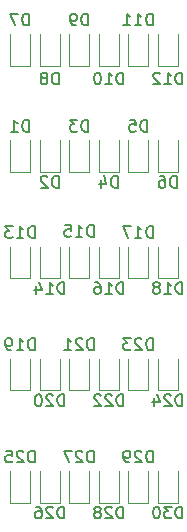
<source format=gbr>
%TF.GenerationSoftware,KiCad,Pcbnew,9.0.5*%
%TF.CreationDate,2026-01-17T00:35:45+01:00*%
%TF.ProjectId,replicazeron_stm,7265706c-6963-4617-9a65-726f6e5f7374,rev?*%
%TF.SameCoordinates,Original*%
%TF.FileFunction,Legend,Bot*%
%TF.FilePolarity,Positive*%
%FSLAX46Y46*%
G04 Gerber Fmt 4.6, Leading zero omitted, Abs format (unit mm)*
G04 Created by KiCad (PCBNEW 9.0.5) date 2026-01-17 00:35:45*
%MOMM*%
%LPD*%
G01*
G04 APERTURE LIST*
%ADD10C,0.150000*%
%ADD11C,0.120000*%
G04 APERTURE END LIST*
D10*
X118488094Y-67954819D02*
X118488094Y-66954819D01*
X118488094Y-66954819D02*
X118249999Y-66954819D01*
X118249999Y-66954819D02*
X118107142Y-67002438D01*
X118107142Y-67002438D02*
X118011904Y-67097676D01*
X118011904Y-67097676D02*
X117964285Y-67192914D01*
X117964285Y-67192914D02*
X117916666Y-67383390D01*
X117916666Y-67383390D02*
X117916666Y-67526247D01*
X117916666Y-67526247D02*
X117964285Y-67716723D01*
X117964285Y-67716723D02*
X118011904Y-67811961D01*
X118011904Y-67811961D02*
X118107142Y-67907200D01*
X118107142Y-67907200D02*
X118249999Y-67954819D01*
X118249999Y-67954819D02*
X118488094Y-67954819D01*
X117059523Y-66954819D02*
X117249999Y-66954819D01*
X117249999Y-66954819D02*
X117345237Y-67002438D01*
X117345237Y-67002438D02*
X117392856Y-67050057D01*
X117392856Y-67050057D02*
X117488094Y-67192914D01*
X117488094Y-67192914D02*
X117535713Y-67383390D01*
X117535713Y-67383390D02*
X117535713Y-67764342D01*
X117535713Y-67764342D02*
X117488094Y-67859580D01*
X117488094Y-67859580D02*
X117440475Y-67907200D01*
X117440475Y-67907200D02*
X117345237Y-67954819D01*
X117345237Y-67954819D02*
X117154761Y-67954819D01*
X117154761Y-67954819D02*
X117059523Y-67907200D01*
X117059523Y-67907200D02*
X117011904Y-67859580D01*
X117011904Y-67859580D02*
X116964285Y-67764342D01*
X116964285Y-67764342D02*
X116964285Y-67526247D01*
X116964285Y-67526247D02*
X117011904Y-67431009D01*
X117011904Y-67431009D02*
X117059523Y-67383390D01*
X117059523Y-67383390D02*
X117154761Y-67335771D01*
X117154761Y-67335771D02*
X117345237Y-67335771D01*
X117345237Y-67335771D02*
X117440475Y-67383390D01*
X117440475Y-67383390D02*
X117488094Y-67431009D01*
X117488094Y-67431009D02*
X117535713Y-67526247D01*
X115988094Y-63204819D02*
X115988094Y-62204819D01*
X115988094Y-62204819D02*
X115749999Y-62204819D01*
X115749999Y-62204819D02*
X115607142Y-62252438D01*
X115607142Y-62252438D02*
X115511904Y-62347676D01*
X115511904Y-62347676D02*
X115464285Y-62442914D01*
X115464285Y-62442914D02*
X115416666Y-62633390D01*
X115416666Y-62633390D02*
X115416666Y-62776247D01*
X115416666Y-62776247D02*
X115464285Y-62966723D01*
X115464285Y-62966723D02*
X115511904Y-63061961D01*
X115511904Y-63061961D02*
X115607142Y-63157200D01*
X115607142Y-63157200D02*
X115749999Y-63204819D01*
X115749999Y-63204819D02*
X115988094Y-63204819D01*
X114511904Y-62204819D02*
X114988094Y-62204819D01*
X114988094Y-62204819D02*
X115035713Y-62681009D01*
X115035713Y-62681009D02*
X114988094Y-62633390D01*
X114988094Y-62633390D02*
X114892856Y-62585771D01*
X114892856Y-62585771D02*
X114654761Y-62585771D01*
X114654761Y-62585771D02*
X114559523Y-62633390D01*
X114559523Y-62633390D02*
X114511904Y-62681009D01*
X114511904Y-62681009D02*
X114464285Y-62776247D01*
X114464285Y-62776247D02*
X114464285Y-63014342D01*
X114464285Y-63014342D02*
X114511904Y-63109580D01*
X114511904Y-63109580D02*
X114559523Y-63157200D01*
X114559523Y-63157200D02*
X114654761Y-63204819D01*
X114654761Y-63204819D02*
X114892856Y-63204819D01*
X114892856Y-63204819D02*
X114988094Y-63157200D01*
X114988094Y-63157200D02*
X115035713Y-63109580D01*
X106464285Y-81704819D02*
X106464285Y-80704819D01*
X106464285Y-80704819D02*
X106226190Y-80704819D01*
X106226190Y-80704819D02*
X106083333Y-80752438D01*
X106083333Y-80752438D02*
X105988095Y-80847676D01*
X105988095Y-80847676D02*
X105940476Y-80942914D01*
X105940476Y-80942914D02*
X105892857Y-81133390D01*
X105892857Y-81133390D02*
X105892857Y-81276247D01*
X105892857Y-81276247D02*
X105940476Y-81466723D01*
X105940476Y-81466723D02*
X105988095Y-81561961D01*
X105988095Y-81561961D02*
X106083333Y-81657200D01*
X106083333Y-81657200D02*
X106226190Y-81704819D01*
X106226190Y-81704819D02*
X106464285Y-81704819D01*
X104940476Y-81704819D02*
X105511904Y-81704819D01*
X105226190Y-81704819D02*
X105226190Y-80704819D01*
X105226190Y-80704819D02*
X105321428Y-80847676D01*
X105321428Y-80847676D02*
X105416666Y-80942914D01*
X105416666Y-80942914D02*
X105511904Y-80990533D01*
X104464285Y-81704819D02*
X104273809Y-81704819D01*
X104273809Y-81704819D02*
X104178571Y-81657200D01*
X104178571Y-81657200D02*
X104130952Y-81609580D01*
X104130952Y-81609580D02*
X104035714Y-81466723D01*
X104035714Y-81466723D02*
X103988095Y-81276247D01*
X103988095Y-81276247D02*
X103988095Y-80895295D01*
X103988095Y-80895295D02*
X104035714Y-80800057D01*
X104035714Y-80800057D02*
X104083333Y-80752438D01*
X104083333Y-80752438D02*
X104178571Y-80704819D01*
X104178571Y-80704819D02*
X104369047Y-80704819D01*
X104369047Y-80704819D02*
X104464285Y-80752438D01*
X104464285Y-80752438D02*
X104511904Y-80800057D01*
X104511904Y-80800057D02*
X104559523Y-80895295D01*
X104559523Y-80895295D02*
X104559523Y-81133390D01*
X104559523Y-81133390D02*
X104511904Y-81228628D01*
X104511904Y-81228628D02*
X104464285Y-81276247D01*
X104464285Y-81276247D02*
X104369047Y-81323866D01*
X104369047Y-81323866D02*
X104178571Y-81323866D01*
X104178571Y-81323866D02*
X104083333Y-81276247D01*
X104083333Y-81276247D02*
X104035714Y-81228628D01*
X104035714Y-81228628D02*
X103988095Y-81133390D01*
X106464285Y-91204819D02*
X106464285Y-90204819D01*
X106464285Y-90204819D02*
X106226190Y-90204819D01*
X106226190Y-90204819D02*
X106083333Y-90252438D01*
X106083333Y-90252438D02*
X105988095Y-90347676D01*
X105988095Y-90347676D02*
X105940476Y-90442914D01*
X105940476Y-90442914D02*
X105892857Y-90633390D01*
X105892857Y-90633390D02*
X105892857Y-90776247D01*
X105892857Y-90776247D02*
X105940476Y-90966723D01*
X105940476Y-90966723D02*
X105988095Y-91061961D01*
X105988095Y-91061961D02*
X106083333Y-91157200D01*
X106083333Y-91157200D02*
X106226190Y-91204819D01*
X106226190Y-91204819D02*
X106464285Y-91204819D01*
X105511904Y-90300057D02*
X105464285Y-90252438D01*
X105464285Y-90252438D02*
X105369047Y-90204819D01*
X105369047Y-90204819D02*
X105130952Y-90204819D01*
X105130952Y-90204819D02*
X105035714Y-90252438D01*
X105035714Y-90252438D02*
X104988095Y-90300057D01*
X104988095Y-90300057D02*
X104940476Y-90395295D01*
X104940476Y-90395295D02*
X104940476Y-90490533D01*
X104940476Y-90490533D02*
X104988095Y-90633390D01*
X104988095Y-90633390D02*
X105559523Y-91204819D01*
X105559523Y-91204819D02*
X104940476Y-91204819D01*
X104035714Y-90204819D02*
X104511904Y-90204819D01*
X104511904Y-90204819D02*
X104559523Y-90681009D01*
X104559523Y-90681009D02*
X104511904Y-90633390D01*
X104511904Y-90633390D02*
X104416666Y-90585771D01*
X104416666Y-90585771D02*
X104178571Y-90585771D01*
X104178571Y-90585771D02*
X104083333Y-90633390D01*
X104083333Y-90633390D02*
X104035714Y-90681009D01*
X104035714Y-90681009D02*
X103988095Y-90776247D01*
X103988095Y-90776247D02*
X103988095Y-91014342D01*
X103988095Y-91014342D02*
X104035714Y-91109580D01*
X104035714Y-91109580D02*
X104083333Y-91157200D01*
X104083333Y-91157200D02*
X104178571Y-91204819D01*
X104178571Y-91204819D02*
X104416666Y-91204819D01*
X104416666Y-91204819D02*
X104511904Y-91157200D01*
X104511904Y-91157200D02*
X104559523Y-91109580D01*
X113488094Y-67954819D02*
X113488094Y-66954819D01*
X113488094Y-66954819D02*
X113249999Y-66954819D01*
X113249999Y-66954819D02*
X113107142Y-67002438D01*
X113107142Y-67002438D02*
X113011904Y-67097676D01*
X113011904Y-67097676D02*
X112964285Y-67192914D01*
X112964285Y-67192914D02*
X112916666Y-67383390D01*
X112916666Y-67383390D02*
X112916666Y-67526247D01*
X112916666Y-67526247D02*
X112964285Y-67716723D01*
X112964285Y-67716723D02*
X113011904Y-67811961D01*
X113011904Y-67811961D02*
X113107142Y-67907200D01*
X113107142Y-67907200D02*
X113249999Y-67954819D01*
X113249999Y-67954819D02*
X113488094Y-67954819D01*
X112059523Y-67288152D02*
X112059523Y-67954819D01*
X112297618Y-66907200D02*
X112535713Y-67621485D01*
X112535713Y-67621485D02*
X111916666Y-67621485D01*
X111464285Y-72104819D02*
X111464285Y-71104819D01*
X111464285Y-71104819D02*
X111226190Y-71104819D01*
X111226190Y-71104819D02*
X111083333Y-71152438D01*
X111083333Y-71152438D02*
X110988095Y-71247676D01*
X110988095Y-71247676D02*
X110940476Y-71342914D01*
X110940476Y-71342914D02*
X110892857Y-71533390D01*
X110892857Y-71533390D02*
X110892857Y-71676247D01*
X110892857Y-71676247D02*
X110940476Y-71866723D01*
X110940476Y-71866723D02*
X110988095Y-71961961D01*
X110988095Y-71961961D02*
X111083333Y-72057200D01*
X111083333Y-72057200D02*
X111226190Y-72104819D01*
X111226190Y-72104819D02*
X111464285Y-72104819D01*
X109940476Y-72104819D02*
X110511904Y-72104819D01*
X110226190Y-72104819D02*
X110226190Y-71104819D01*
X110226190Y-71104819D02*
X110321428Y-71247676D01*
X110321428Y-71247676D02*
X110416666Y-71342914D01*
X110416666Y-71342914D02*
X110511904Y-71390533D01*
X109035714Y-71104819D02*
X109511904Y-71104819D01*
X109511904Y-71104819D02*
X109559523Y-71581009D01*
X109559523Y-71581009D02*
X109511904Y-71533390D01*
X109511904Y-71533390D02*
X109416666Y-71485771D01*
X109416666Y-71485771D02*
X109178571Y-71485771D01*
X109178571Y-71485771D02*
X109083333Y-71533390D01*
X109083333Y-71533390D02*
X109035714Y-71581009D01*
X109035714Y-71581009D02*
X108988095Y-71676247D01*
X108988095Y-71676247D02*
X108988095Y-71914342D01*
X108988095Y-71914342D02*
X109035714Y-72009580D01*
X109035714Y-72009580D02*
X109083333Y-72057200D01*
X109083333Y-72057200D02*
X109178571Y-72104819D01*
X109178571Y-72104819D02*
X109416666Y-72104819D01*
X109416666Y-72104819D02*
X109511904Y-72057200D01*
X109511904Y-72057200D02*
X109559523Y-72009580D01*
X113964285Y-59204819D02*
X113964285Y-58204819D01*
X113964285Y-58204819D02*
X113726190Y-58204819D01*
X113726190Y-58204819D02*
X113583333Y-58252438D01*
X113583333Y-58252438D02*
X113488095Y-58347676D01*
X113488095Y-58347676D02*
X113440476Y-58442914D01*
X113440476Y-58442914D02*
X113392857Y-58633390D01*
X113392857Y-58633390D02*
X113392857Y-58776247D01*
X113392857Y-58776247D02*
X113440476Y-58966723D01*
X113440476Y-58966723D02*
X113488095Y-59061961D01*
X113488095Y-59061961D02*
X113583333Y-59157200D01*
X113583333Y-59157200D02*
X113726190Y-59204819D01*
X113726190Y-59204819D02*
X113964285Y-59204819D01*
X112440476Y-59204819D02*
X113011904Y-59204819D01*
X112726190Y-59204819D02*
X112726190Y-58204819D01*
X112726190Y-58204819D02*
X112821428Y-58347676D01*
X112821428Y-58347676D02*
X112916666Y-58442914D01*
X112916666Y-58442914D02*
X113011904Y-58490533D01*
X111821428Y-58204819D02*
X111726190Y-58204819D01*
X111726190Y-58204819D02*
X111630952Y-58252438D01*
X111630952Y-58252438D02*
X111583333Y-58300057D01*
X111583333Y-58300057D02*
X111535714Y-58395295D01*
X111535714Y-58395295D02*
X111488095Y-58585771D01*
X111488095Y-58585771D02*
X111488095Y-58823866D01*
X111488095Y-58823866D02*
X111535714Y-59014342D01*
X111535714Y-59014342D02*
X111583333Y-59109580D01*
X111583333Y-59109580D02*
X111630952Y-59157200D01*
X111630952Y-59157200D02*
X111726190Y-59204819D01*
X111726190Y-59204819D02*
X111821428Y-59204819D01*
X111821428Y-59204819D02*
X111916666Y-59157200D01*
X111916666Y-59157200D02*
X111964285Y-59109580D01*
X111964285Y-59109580D02*
X112011904Y-59014342D01*
X112011904Y-59014342D02*
X112059523Y-58823866D01*
X112059523Y-58823866D02*
X112059523Y-58585771D01*
X112059523Y-58585771D02*
X112011904Y-58395295D01*
X112011904Y-58395295D02*
X111964285Y-58300057D01*
X111964285Y-58300057D02*
X111916666Y-58252438D01*
X111916666Y-58252438D02*
X111821428Y-58204819D01*
X116464285Y-72204819D02*
X116464285Y-71204819D01*
X116464285Y-71204819D02*
X116226190Y-71204819D01*
X116226190Y-71204819D02*
X116083333Y-71252438D01*
X116083333Y-71252438D02*
X115988095Y-71347676D01*
X115988095Y-71347676D02*
X115940476Y-71442914D01*
X115940476Y-71442914D02*
X115892857Y-71633390D01*
X115892857Y-71633390D02*
X115892857Y-71776247D01*
X115892857Y-71776247D02*
X115940476Y-71966723D01*
X115940476Y-71966723D02*
X115988095Y-72061961D01*
X115988095Y-72061961D02*
X116083333Y-72157200D01*
X116083333Y-72157200D02*
X116226190Y-72204819D01*
X116226190Y-72204819D02*
X116464285Y-72204819D01*
X114940476Y-72204819D02*
X115511904Y-72204819D01*
X115226190Y-72204819D02*
X115226190Y-71204819D01*
X115226190Y-71204819D02*
X115321428Y-71347676D01*
X115321428Y-71347676D02*
X115416666Y-71442914D01*
X115416666Y-71442914D02*
X115511904Y-71490533D01*
X114607142Y-71204819D02*
X113940476Y-71204819D01*
X113940476Y-71204819D02*
X114369047Y-72204819D01*
X116464285Y-54204819D02*
X116464285Y-53204819D01*
X116464285Y-53204819D02*
X116226190Y-53204819D01*
X116226190Y-53204819D02*
X116083333Y-53252438D01*
X116083333Y-53252438D02*
X115988095Y-53347676D01*
X115988095Y-53347676D02*
X115940476Y-53442914D01*
X115940476Y-53442914D02*
X115892857Y-53633390D01*
X115892857Y-53633390D02*
X115892857Y-53776247D01*
X115892857Y-53776247D02*
X115940476Y-53966723D01*
X115940476Y-53966723D02*
X115988095Y-54061961D01*
X115988095Y-54061961D02*
X116083333Y-54157200D01*
X116083333Y-54157200D02*
X116226190Y-54204819D01*
X116226190Y-54204819D02*
X116464285Y-54204819D01*
X114940476Y-54204819D02*
X115511904Y-54204819D01*
X115226190Y-54204819D02*
X115226190Y-53204819D01*
X115226190Y-53204819D02*
X115321428Y-53347676D01*
X115321428Y-53347676D02*
X115416666Y-53442914D01*
X115416666Y-53442914D02*
X115511904Y-53490533D01*
X113988095Y-54204819D02*
X114559523Y-54204819D01*
X114273809Y-54204819D02*
X114273809Y-53204819D01*
X114273809Y-53204819D02*
X114369047Y-53347676D01*
X114369047Y-53347676D02*
X114464285Y-53442914D01*
X114464285Y-53442914D02*
X114559523Y-53490533D01*
X118964285Y-76954819D02*
X118964285Y-75954819D01*
X118964285Y-75954819D02*
X118726190Y-75954819D01*
X118726190Y-75954819D02*
X118583333Y-76002438D01*
X118583333Y-76002438D02*
X118488095Y-76097676D01*
X118488095Y-76097676D02*
X118440476Y-76192914D01*
X118440476Y-76192914D02*
X118392857Y-76383390D01*
X118392857Y-76383390D02*
X118392857Y-76526247D01*
X118392857Y-76526247D02*
X118440476Y-76716723D01*
X118440476Y-76716723D02*
X118488095Y-76811961D01*
X118488095Y-76811961D02*
X118583333Y-76907200D01*
X118583333Y-76907200D02*
X118726190Y-76954819D01*
X118726190Y-76954819D02*
X118964285Y-76954819D01*
X117440476Y-76954819D02*
X118011904Y-76954819D01*
X117726190Y-76954819D02*
X117726190Y-75954819D01*
X117726190Y-75954819D02*
X117821428Y-76097676D01*
X117821428Y-76097676D02*
X117916666Y-76192914D01*
X117916666Y-76192914D02*
X118011904Y-76240533D01*
X116869047Y-76383390D02*
X116964285Y-76335771D01*
X116964285Y-76335771D02*
X117011904Y-76288152D01*
X117011904Y-76288152D02*
X117059523Y-76192914D01*
X117059523Y-76192914D02*
X117059523Y-76145295D01*
X117059523Y-76145295D02*
X117011904Y-76050057D01*
X117011904Y-76050057D02*
X116964285Y-76002438D01*
X116964285Y-76002438D02*
X116869047Y-75954819D01*
X116869047Y-75954819D02*
X116678571Y-75954819D01*
X116678571Y-75954819D02*
X116583333Y-76002438D01*
X116583333Y-76002438D02*
X116535714Y-76050057D01*
X116535714Y-76050057D02*
X116488095Y-76145295D01*
X116488095Y-76145295D02*
X116488095Y-76192914D01*
X116488095Y-76192914D02*
X116535714Y-76288152D01*
X116535714Y-76288152D02*
X116583333Y-76335771D01*
X116583333Y-76335771D02*
X116678571Y-76383390D01*
X116678571Y-76383390D02*
X116869047Y-76383390D01*
X116869047Y-76383390D02*
X116964285Y-76431009D01*
X116964285Y-76431009D02*
X117011904Y-76478628D01*
X117011904Y-76478628D02*
X117059523Y-76573866D01*
X117059523Y-76573866D02*
X117059523Y-76764342D01*
X117059523Y-76764342D02*
X117011904Y-76859580D01*
X117011904Y-76859580D02*
X116964285Y-76907200D01*
X116964285Y-76907200D02*
X116869047Y-76954819D01*
X116869047Y-76954819D02*
X116678571Y-76954819D01*
X116678571Y-76954819D02*
X116583333Y-76907200D01*
X116583333Y-76907200D02*
X116535714Y-76859580D01*
X116535714Y-76859580D02*
X116488095Y-76764342D01*
X116488095Y-76764342D02*
X116488095Y-76573866D01*
X116488095Y-76573866D02*
X116535714Y-76478628D01*
X116535714Y-76478628D02*
X116583333Y-76431009D01*
X116583333Y-76431009D02*
X116678571Y-76383390D01*
X106464285Y-72204819D02*
X106464285Y-71204819D01*
X106464285Y-71204819D02*
X106226190Y-71204819D01*
X106226190Y-71204819D02*
X106083333Y-71252438D01*
X106083333Y-71252438D02*
X105988095Y-71347676D01*
X105988095Y-71347676D02*
X105940476Y-71442914D01*
X105940476Y-71442914D02*
X105892857Y-71633390D01*
X105892857Y-71633390D02*
X105892857Y-71776247D01*
X105892857Y-71776247D02*
X105940476Y-71966723D01*
X105940476Y-71966723D02*
X105988095Y-72061961D01*
X105988095Y-72061961D02*
X106083333Y-72157200D01*
X106083333Y-72157200D02*
X106226190Y-72204819D01*
X106226190Y-72204819D02*
X106464285Y-72204819D01*
X104940476Y-72204819D02*
X105511904Y-72204819D01*
X105226190Y-72204819D02*
X105226190Y-71204819D01*
X105226190Y-71204819D02*
X105321428Y-71347676D01*
X105321428Y-71347676D02*
X105416666Y-71442914D01*
X105416666Y-71442914D02*
X105511904Y-71490533D01*
X104607142Y-71204819D02*
X103988095Y-71204819D01*
X103988095Y-71204819D02*
X104321428Y-71585771D01*
X104321428Y-71585771D02*
X104178571Y-71585771D01*
X104178571Y-71585771D02*
X104083333Y-71633390D01*
X104083333Y-71633390D02*
X104035714Y-71681009D01*
X104035714Y-71681009D02*
X103988095Y-71776247D01*
X103988095Y-71776247D02*
X103988095Y-72014342D01*
X103988095Y-72014342D02*
X104035714Y-72109580D01*
X104035714Y-72109580D02*
X104083333Y-72157200D01*
X104083333Y-72157200D02*
X104178571Y-72204819D01*
X104178571Y-72204819D02*
X104464285Y-72204819D01*
X104464285Y-72204819D02*
X104559523Y-72157200D01*
X104559523Y-72157200D02*
X104607142Y-72109580D01*
X108488094Y-59204819D02*
X108488094Y-58204819D01*
X108488094Y-58204819D02*
X108249999Y-58204819D01*
X108249999Y-58204819D02*
X108107142Y-58252438D01*
X108107142Y-58252438D02*
X108011904Y-58347676D01*
X108011904Y-58347676D02*
X107964285Y-58442914D01*
X107964285Y-58442914D02*
X107916666Y-58633390D01*
X107916666Y-58633390D02*
X107916666Y-58776247D01*
X107916666Y-58776247D02*
X107964285Y-58966723D01*
X107964285Y-58966723D02*
X108011904Y-59061961D01*
X108011904Y-59061961D02*
X108107142Y-59157200D01*
X108107142Y-59157200D02*
X108249999Y-59204819D01*
X108249999Y-59204819D02*
X108488094Y-59204819D01*
X107345237Y-58633390D02*
X107440475Y-58585771D01*
X107440475Y-58585771D02*
X107488094Y-58538152D01*
X107488094Y-58538152D02*
X107535713Y-58442914D01*
X107535713Y-58442914D02*
X107535713Y-58395295D01*
X107535713Y-58395295D02*
X107488094Y-58300057D01*
X107488094Y-58300057D02*
X107440475Y-58252438D01*
X107440475Y-58252438D02*
X107345237Y-58204819D01*
X107345237Y-58204819D02*
X107154761Y-58204819D01*
X107154761Y-58204819D02*
X107059523Y-58252438D01*
X107059523Y-58252438D02*
X107011904Y-58300057D01*
X107011904Y-58300057D02*
X106964285Y-58395295D01*
X106964285Y-58395295D02*
X106964285Y-58442914D01*
X106964285Y-58442914D02*
X107011904Y-58538152D01*
X107011904Y-58538152D02*
X107059523Y-58585771D01*
X107059523Y-58585771D02*
X107154761Y-58633390D01*
X107154761Y-58633390D02*
X107345237Y-58633390D01*
X107345237Y-58633390D02*
X107440475Y-58681009D01*
X107440475Y-58681009D02*
X107488094Y-58728628D01*
X107488094Y-58728628D02*
X107535713Y-58823866D01*
X107535713Y-58823866D02*
X107535713Y-59014342D01*
X107535713Y-59014342D02*
X107488094Y-59109580D01*
X107488094Y-59109580D02*
X107440475Y-59157200D01*
X107440475Y-59157200D02*
X107345237Y-59204819D01*
X107345237Y-59204819D02*
X107154761Y-59204819D01*
X107154761Y-59204819D02*
X107059523Y-59157200D01*
X107059523Y-59157200D02*
X107011904Y-59109580D01*
X107011904Y-59109580D02*
X106964285Y-59014342D01*
X106964285Y-59014342D02*
X106964285Y-58823866D01*
X106964285Y-58823866D02*
X107011904Y-58728628D01*
X107011904Y-58728628D02*
X107059523Y-58681009D01*
X107059523Y-58681009D02*
X107154761Y-58633390D01*
X116464285Y-91204819D02*
X116464285Y-90204819D01*
X116464285Y-90204819D02*
X116226190Y-90204819D01*
X116226190Y-90204819D02*
X116083333Y-90252438D01*
X116083333Y-90252438D02*
X115988095Y-90347676D01*
X115988095Y-90347676D02*
X115940476Y-90442914D01*
X115940476Y-90442914D02*
X115892857Y-90633390D01*
X115892857Y-90633390D02*
X115892857Y-90776247D01*
X115892857Y-90776247D02*
X115940476Y-90966723D01*
X115940476Y-90966723D02*
X115988095Y-91061961D01*
X115988095Y-91061961D02*
X116083333Y-91157200D01*
X116083333Y-91157200D02*
X116226190Y-91204819D01*
X116226190Y-91204819D02*
X116464285Y-91204819D01*
X115511904Y-90300057D02*
X115464285Y-90252438D01*
X115464285Y-90252438D02*
X115369047Y-90204819D01*
X115369047Y-90204819D02*
X115130952Y-90204819D01*
X115130952Y-90204819D02*
X115035714Y-90252438D01*
X115035714Y-90252438D02*
X114988095Y-90300057D01*
X114988095Y-90300057D02*
X114940476Y-90395295D01*
X114940476Y-90395295D02*
X114940476Y-90490533D01*
X114940476Y-90490533D02*
X114988095Y-90633390D01*
X114988095Y-90633390D02*
X115559523Y-91204819D01*
X115559523Y-91204819D02*
X114940476Y-91204819D01*
X114464285Y-91204819D02*
X114273809Y-91204819D01*
X114273809Y-91204819D02*
X114178571Y-91157200D01*
X114178571Y-91157200D02*
X114130952Y-91109580D01*
X114130952Y-91109580D02*
X114035714Y-90966723D01*
X114035714Y-90966723D02*
X113988095Y-90776247D01*
X113988095Y-90776247D02*
X113988095Y-90395295D01*
X113988095Y-90395295D02*
X114035714Y-90300057D01*
X114035714Y-90300057D02*
X114083333Y-90252438D01*
X114083333Y-90252438D02*
X114178571Y-90204819D01*
X114178571Y-90204819D02*
X114369047Y-90204819D01*
X114369047Y-90204819D02*
X114464285Y-90252438D01*
X114464285Y-90252438D02*
X114511904Y-90300057D01*
X114511904Y-90300057D02*
X114559523Y-90395295D01*
X114559523Y-90395295D02*
X114559523Y-90633390D01*
X114559523Y-90633390D02*
X114511904Y-90728628D01*
X114511904Y-90728628D02*
X114464285Y-90776247D01*
X114464285Y-90776247D02*
X114369047Y-90823866D01*
X114369047Y-90823866D02*
X114178571Y-90823866D01*
X114178571Y-90823866D02*
X114083333Y-90776247D01*
X114083333Y-90776247D02*
X114035714Y-90728628D01*
X114035714Y-90728628D02*
X113988095Y-90633390D01*
X118964285Y-59204819D02*
X118964285Y-58204819D01*
X118964285Y-58204819D02*
X118726190Y-58204819D01*
X118726190Y-58204819D02*
X118583333Y-58252438D01*
X118583333Y-58252438D02*
X118488095Y-58347676D01*
X118488095Y-58347676D02*
X118440476Y-58442914D01*
X118440476Y-58442914D02*
X118392857Y-58633390D01*
X118392857Y-58633390D02*
X118392857Y-58776247D01*
X118392857Y-58776247D02*
X118440476Y-58966723D01*
X118440476Y-58966723D02*
X118488095Y-59061961D01*
X118488095Y-59061961D02*
X118583333Y-59157200D01*
X118583333Y-59157200D02*
X118726190Y-59204819D01*
X118726190Y-59204819D02*
X118964285Y-59204819D01*
X117440476Y-59204819D02*
X118011904Y-59204819D01*
X117726190Y-59204819D02*
X117726190Y-58204819D01*
X117726190Y-58204819D02*
X117821428Y-58347676D01*
X117821428Y-58347676D02*
X117916666Y-58442914D01*
X117916666Y-58442914D02*
X118011904Y-58490533D01*
X117059523Y-58300057D02*
X117011904Y-58252438D01*
X117011904Y-58252438D02*
X116916666Y-58204819D01*
X116916666Y-58204819D02*
X116678571Y-58204819D01*
X116678571Y-58204819D02*
X116583333Y-58252438D01*
X116583333Y-58252438D02*
X116535714Y-58300057D01*
X116535714Y-58300057D02*
X116488095Y-58395295D01*
X116488095Y-58395295D02*
X116488095Y-58490533D01*
X116488095Y-58490533D02*
X116535714Y-58633390D01*
X116535714Y-58633390D02*
X117107142Y-59204819D01*
X117107142Y-59204819D02*
X116488095Y-59204819D01*
X108964285Y-76954819D02*
X108964285Y-75954819D01*
X108964285Y-75954819D02*
X108726190Y-75954819D01*
X108726190Y-75954819D02*
X108583333Y-76002438D01*
X108583333Y-76002438D02*
X108488095Y-76097676D01*
X108488095Y-76097676D02*
X108440476Y-76192914D01*
X108440476Y-76192914D02*
X108392857Y-76383390D01*
X108392857Y-76383390D02*
X108392857Y-76526247D01*
X108392857Y-76526247D02*
X108440476Y-76716723D01*
X108440476Y-76716723D02*
X108488095Y-76811961D01*
X108488095Y-76811961D02*
X108583333Y-76907200D01*
X108583333Y-76907200D02*
X108726190Y-76954819D01*
X108726190Y-76954819D02*
X108964285Y-76954819D01*
X107440476Y-76954819D02*
X108011904Y-76954819D01*
X107726190Y-76954819D02*
X107726190Y-75954819D01*
X107726190Y-75954819D02*
X107821428Y-76097676D01*
X107821428Y-76097676D02*
X107916666Y-76192914D01*
X107916666Y-76192914D02*
X108011904Y-76240533D01*
X106583333Y-76288152D02*
X106583333Y-76954819D01*
X106821428Y-75907200D02*
X107059523Y-76621485D01*
X107059523Y-76621485D02*
X106440476Y-76621485D01*
X111464285Y-91204819D02*
X111464285Y-90204819D01*
X111464285Y-90204819D02*
X111226190Y-90204819D01*
X111226190Y-90204819D02*
X111083333Y-90252438D01*
X111083333Y-90252438D02*
X110988095Y-90347676D01*
X110988095Y-90347676D02*
X110940476Y-90442914D01*
X110940476Y-90442914D02*
X110892857Y-90633390D01*
X110892857Y-90633390D02*
X110892857Y-90776247D01*
X110892857Y-90776247D02*
X110940476Y-90966723D01*
X110940476Y-90966723D02*
X110988095Y-91061961D01*
X110988095Y-91061961D02*
X111083333Y-91157200D01*
X111083333Y-91157200D02*
X111226190Y-91204819D01*
X111226190Y-91204819D02*
X111464285Y-91204819D01*
X110511904Y-90300057D02*
X110464285Y-90252438D01*
X110464285Y-90252438D02*
X110369047Y-90204819D01*
X110369047Y-90204819D02*
X110130952Y-90204819D01*
X110130952Y-90204819D02*
X110035714Y-90252438D01*
X110035714Y-90252438D02*
X109988095Y-90300057D01*
X109988095Y-90300057D02*
X109940476Y-90395295D01*
X109940476Y-90395295D02*
X109940476Y-90490533D01*
X109940476Y-90490533D02*
X109988095Y-90633390D01*
X109988095Y-90633390D02*
X110559523Y-91204819D01*
X110559523Y-91204819D02*
X109940476Y-91204819D01*
X109607142Y-90204819D02*
X108940476Y-90204819D01*
X108940476Y-90204819D02*
X109369047Y-91204819D01*
X113964285Y-86454819D02*
X113964285Y-85454819D01*
X113964285Y-85454819D02*
X113726190Y-85454819D01*
X113726190Y-85454819D02*
X113583333Y-85502438D01*
X113583333Y-85502438D02*
X113488095Y-85597676D01*
X113488095Y-85597676D02*
X113440476Y-85692914D01*
X113440476Y-85692914D02*
X113392857Y-85883390D01*
X113392857Y-85883390D02*
X113392857Y-86026247D01*
X113392857Y-86026247D02*
X113440476Y-86216723D01*
X113440476Y-86216723D02*
X113488095Y-86311961D01*
X113488095Y-86311961D02*
X113583333Y-86407200D01*
X113583333Y-86407200D02*
X113726190Y-86454819D01*
X113726190Y-86454819D02*
X113964285Y-86454819D01*
X113011904Y-85550057D02*
X112964285Y-85502438D01*
X112964285Y-85502438D02*
X112869047Y-85454819D01*
X112869047Y-85454819D02*
X112630952Y-85454819D01*
X112630952Y-85454819D02*
X112535714Y-85502438D01*
X112535714Y-85502438D02*
X112488095Y-85550057D01*
X112488095Y-85550057D02*
X112440476Y-85645295D01*
X112440476Y-85645295D02*
X112440476Y-85740533D01*
X112440476Y-85740533D02*
X112488095Y-85883390D01*
X112488095Y-85883390D02*
X113059523Y-86454819D01*
X113059523Y-86454819D02*
X112440476Y-86454819D01*
X112059523Y-85550057D02*
X112011904Y-85502438D01*
X112011904Y-85502438D02*
X111916666Y-85454819D01*
X111916666Y-85454819D02*
X111678571Y-85454819D01*
X111678571Y-85454819D02*
X111583333Y-85502438D01*
X111583333Y-85502438D02*
X111535714Y-85550057D01*
X111535714Y-85550057D02*
X111488095Y-85645295D01*
X111488095Y-85645295D02*
X111488095Y-85740533D01*
X111488095Y-85740533D02*
X111535714Y-85883390D01*
X111535714Y-85883390D02*
X112107142Y-86454819D01*
X112107142Y-86454819D02*
X111488095Y-86454819D01*
X118964285Y-95954819D02*
X118964285Y-94954819D01*
X118964285Y-94954819D02*
X118726190Y-94954819D01*
X118726190Y-94954819D02*
X118583333Y-95002438D01*
X118583333Y-95002438D02*
X118488095Y-95097676D01*
X118488095Y-95097676D02*
X118440476Y-95192914D01*
X118440476Y-95192914D02*
X118392857Y-95383390D01*
X118392857Y-95383390D02*
X118392857Y-95526247D01*
X118392857Y-95526247D02*
X118440476Y-95716723D01*
X118440476Y-95716723D02*
X118488095Y-95811961D01*
X118488095Y-95811961D02*
X118583333Y-95907200D01*
X118583333Y-95907200D02*
X118726190Y-95954819D01*
X118726190Y-95954819D02*
X118964285Y-95954819D01*
X118059523Y-94954819D02*
X117440476Y-94954819D01*
X117440476Y-94954819D02*
X117773809Y-95335771D01*
X117773809Y-95335771D02*
X117630952Y-95335771D01*
X117630952Y-95335771D02*
X117535714Y-95383390D01*
X117535714Y-95383390D02*
X117488095Y-95431009D01*
X117488095Y-95431009D02*
X117440476Y-95526247D01*
X117440476Y-95526247D02*
X117440476Y-95764342D01*
X117440476Y-95764342D02*
X117488095Y-95859580D01*
X117488095Y-95859580D02*
X117535714Y-95907200D01*
X117535714Y-95907200D02*
X117630952Y-95954819D01*
X117630952Y-95954819D02*
X117916666Y-95954819D01*
X117916666Y-95954819D02*
X118011904Y-95907200D01*
X118011904Y-95907200D02*
X118059523Y-95859580D01*
X116821428Y-94954819D02*
X116726190Y-94954819D01*
X116726190Y-94954819D02*
X116630952Y-95002438D01*
X116630952Y-95002438D02*
X116583333Y-95050057D01*
X116583333Y-95050057D02*
X116535714Y-95145295D01*
X116535714Y-95145295D02*
X116488095Y-95335771D01*
X116488095Y-95335771D02*
X116488095Y-95573866D01*
X116488095Y-95573866D02*
X116535714Y-95764342D01*
X116535714Y-95764342D02*
X116583333Y-95859580D01*
X116583333Y-95859580D02*
X116630952Y-95907200D01*
X116630952Y-95907200D02*
X116726190Y-95954819D01*
X116726190Y-95954819D02*
X116821428Y-95954819D01*
X116821428Y-95954819D02*
X116916666Y-95907200D01*
X116916666Y-95907200D02*
X116964285Y-95859580D01*
X116964285Y-95859580D02*
X117011904Y-95764342D01*
X117011904Y-95764342D02*
X117059523Y-95573866D01*
X117059523Y-95573866D02*
X117059523Y-95335771D01*
X117059523Y-95335771D02*
X117011904Y-95145295D01*
X117011904Y-95145295D02*
X116964285Y-95050057D01*
X116964285Y-95050057D02*
X116916666Y-95002438D01*
X116916666Y-95002438D02*
X116821428Y-94954819D01*
X108488094Y-67954819D02*
X108488094Y-66954819D01*
X108488094Y-66954819D02*
X108249999Y-66954819D01*
X108249999Y-66954819D02*
X108107142Y-67002438D01*
X108107142Y-67002438D02*
X108011904Y-67097676D01*
X108011904Y-67097676D02*
X107964285Y-67192914D01*
X107964285Y-67192914D02*
X107916666Y-67383390D01*
X107916666Y-67383390D02*
X107916666Y-67526247D01*
X107916666Y-67526247D02*
X107964285Y-67716723D01*
X107964285Y-67716723D02*
X108011904Y-67811961D01*
X108011904Y-67811961D02*
X108107142Y-67907200D01*
X108107142Y-67907200D02*
X108249999Y-67954819D01*
X108249999Y-67954819D02*
X108488094Y-67954819D01*
X107535713Y-67050057D02*
X107488094Y-67002438D01*
X107488094Y-67002438D02*
X107392856Y-66954819D01*
X107392856Y-66954819D02*
X107154761Y-66954819D01*
X107154761Y-66954819D02*
X107059523Y-67002438D01*
X107059523Y-67002438D02*
X107011904Y-67050057D01*
X107011904Y-67050057D02*
X106964285Y-67145295D01*
X106964285Y-67145295D02*
X106964285Y-67240533D01*
X106964285Y-67240533D02*
X107011904Y-67383390D01*
X107011904Y-67383390D02*
X107583332Y-67954819D01*
X107583332Y-67954819D02*
X106964285Y-67954819D01*
X108964285Y-86454819D02*
X108964285Y-85454819D01*
X108964285Y-85454819D02*
X108726190Y-85454819D01*
X108726190Y-85454819D02*
X108583333Y-85502438D01*
X108583333Y-85502438D02*
X108488095Y-85597676D01*
X108488095Y-85597676D02*
X108440476Y-85692914D01*
X108440476Y-85692914D02*
X108392857Y-85883390D01*
X108392857Y-85883390D02*
X108392857Y-86026247D01*
X108392857Y-86026247D02*
X108440476Y-86216723D01*
X108440476Y-86216723D02*
X108488095Y-86311961D01*
X108488095Y-86311961D02*
X108583333Y-86407200D01*
X108583333Y-86407200D02*
X108726190Y-86454819D01*
X108726190Y-86454819D02*
X108964285Y-86454819D01*
X108011904Y-85550057D02*
X107964285Y-85502438D01*
X107964285Y-85502438D02*
X107869047Y-85454819D01*
X107869047Y-85454819D02*
X107630952Y-85454819D01*
X107630952Y-85454819D02*
X107535714Y-85502438D01*
X107535714Y-85502438D02*
X107488095Y-85550057D01*
X107488095Y-85550057D02*
X107440476Y-85645295D01*
X107440476Y-85645295D02*
X107440476Y-85740533D01*
X107440476Y-85740533D02*
X107488095Y-85883390D01*
X107488095Y-85883390D02*
X108059523Y-86454819D01*
X108059523Y-86454819D02*
X107440476Y-86454819D01*
X106821428Y-85454819D02*
X106726190Y-85454819D01*
X106726190Y-85454819D02*
X106630952Y-85502438D01*
X106630952Y-85502438D02*
X106583333Y-85550057D01*
X106583333Y-85550057D02*
X106535714Y-85645295D01*
X106535714Y-85645295D02*
X106488095Y-85835771D01*
X106488095Y-85835771D02*
X106488095Y-86073866D01*
X106488095Y-86073866D02*
X106535714Y-86264342D01*
X106535714Y-86264342D02*
X106583333Y-86359580D01*
X106583333Y-86359580D02*
X106630952Y-86407200D01*
X106630952Y-86407200D02*
X106726190Y-86454819D01*
X106726190Y-86454819D02*
X106821428Y-86454819D01*
X106821428Y-86454819D02*
X106916666Y-86407200D01*
X106916666Y-86407200D02*
X106964285Y-86359580D01*
X106964285Y-86359580D02*
X107011904Y-86264342D01*
X107011904Y-86264342D02*
X107059523Y-86073866D01*
X107059523Y-86073866D02*
X107059523Y-85835771D01*
X107059523Y-85835771D02*
X107011904Y-85645295D01*
X107011904Y-85645295D02*
X106964285Y-85550057D01*
X106964285Y-85550057D02*
X106916666Y-85502438D01*
X106916666Y-85502438D02*
X106821428Y-85454819D01*
X116464285Y-81704819D02*
X116464285Y-80704819D01*
X116464285Y-80704819D02*
X116226190Y-80704819D01*
X116226190Y-80704819D02*
X116083333Y-80752438D01*
X116083333Y-80752438D02*
X115988095Y-80847676D01*
X115988095Y-80847676D02*
X115940476Y-80942914D01*
X115940476Y-80942914D02*
X115892857Y-81133390D01*
X115892857Y-81133390D02*
X115892857Y-81276247D01*
X115892857Y-81276247D02*
X115940476Y-81466723D01*
X115940476Y-81466723D02*
X115988095Y-81561961D01*
X115988095Y-81561961D02*
X116083333Y-81657200D01*
X116083333Y-81657200D02*
X116226190Y-81704819D01*
X116226190Y-81704819D02*
X116464285Y-81704819D01*
X115511904Y-80800057D02*
X115464285Y-80752438D01*
X115464285Y-80752438D02*
X115369047Y-80704819D01*
X115369047Y-80704819D02*
X115130952Y-80704819D01*
X115130952Y-80704819D02*
X115035714Y-80752438D01*
X115035714Y-80752438D02*
X114988095Y-80800057D01*
X114988095Y-80800057D02*
X114940476Y-80895295D01*
X114940476Y-80895295D02*
X114940476Y-80990533D01*
X114940476Y-80990533D02*
X114988095Y-81133390D01*
X114988095Y-81133390D02*
X115559523Y-81704819D01*
X115559523Y-81704819D02*
X114940476Y-81704819D01*
X114607142Y-80704819D02*
X113988095Y-80704819D01*
X113988095Y-80704819D02*
X114321428Y-81085771D01*
X114321428Y-81085771D02*
X114178571Y-81085771D01*
X114178571Y-81085771D02*
X114083333Y-81133390D01*
X114083333Y-81133390D02*
X114035714Y-81181009D01*
X114035714Y-81181009D02*
X113988095Y-81276247D01*
X113988095Y-81276247D02*
X113988095Y-81514342D01*
X113988095Y-81514342D02*
X114035714Y-81609580D01*
X114035714Y-81609580D02*
X114083333Y-81657200D01*
X114083333Y-81657200D02*
X114178571Y-81704819D01*
X114178571Y-81704819D02*
X114464285Y-81704819D01*
X114464285Y-81704819D02*
X114559523Y-81657200D01*
X114559523Y-81657200D02*
X114607142Y-81609580D01*
X113964285Y-95954819D02*
X113964285Y-94954819D01*
X113964285Y-94954819D02*
X113726190Y-94954819D01*
X113726190Y-94954819D02*
X113583333Y-95002438D01*
X113583333Y-95002438D02*
X113488095Y-95097676D01*
X113488095Y-95097676D02*
X113440476Y-95192914D01*
X113440476Y-95192914D02*
X113392857Y-95383390D01*
X113392857Y-95383390D02*
X113392857Y-95526247D01*
X113392857Y-95526247D02*
X113440476Y-95716723D01*
X113440476Y-95716723D02*
X113488095Y-95811961D01*
X113488095Y-95811961D02*
X113583333Y-95907200D01*
X113583333Y-95907200D02*
X113726190Y-95954819D01*
X113726190Y-95954819D02*
X113964285Y-95954819D01*
X113011904Y-95050057D02*
X112964285Y-95002438D01*
X112964285Y-95002438D02*
X112869047Y-94954819D01*
X112869047Y-94954819D02*
X112630952Y-94954819D01*
X112630952Y-94954819D02*
X112535714Y-95002438D01*
X112535714Y-95002438D02*
X112488095Y-95050057D01*
X112488095Y-95050057D02*
X112440476Y-95145295D01*
X112440476Y-95145295D02*
X112440476Y-95240533D01*
X112440476Y-95240533D02*
X112488095Y-95383390D01*
X112488095Y-95383390D02*
X113059523Y-95954819D01*
X113059523Y-95954819D02*
X112440476Y-95954819D01*
X111869047Y-95383390D02*
X111964285Y-95335771D01*
X111964285Y-95335771D02*
X112011904Y-95288152D01*
X112011904Y-95288152D02*
X112059523Y-95192914D01*
X112059523Y-95192914D02*
X112059523Y-95145295D01*
X112059523Y-95145295D02*
X112011904Y-95050057D01*
X112011904Y-95050057D02*
X111964285Y-95002438D01*
X111964285Y-95002438D02*
X111869047Y-94954819D01*
X111869047Y-94954819D02*
X111678571Y-94954819D01*
X111678571Y-94954819D02*
X111583333Y-95002438D01*
X111583333Y-95002438D02*
X111535714Y-95050057D01*
X111535714Y-95050057D02*
X111488095Y-95145295D01*
X111488095Y-95145295D02*
X111488095Y-95192914D01*
X111488095Y-95192914D02*
X111535714Y-95288152D01*
X111535714Y-95288152D02*
X111583333Y-95335771D01*
X111583333Y-95335771D02*
X111678571Y-95383390D01*
X111678571Y-95383390D02*
X111869047Y-95383390D01*
X111869047Y-95383390D02*
X111964285Y-95431009D01*
X111964285Y-95431009D02*
X112011904Y-95478628D01*
X112011904Y-95478628D02*
X112059523Y-95573866D01*
X112059523Y-95573866D02*
X112059523Y-95764342D01*
X112059523Y-95764342D02*
X112011904Y-95859580D01*
X112011904Y-95859580D02*
X111964285Y-95907200D01*
X111964285Y-95907200D02*
X111869047Y-95954819D01*
X111869047Y-95954819D02*
X111678571Y-95954819D01*
X111678571Y-95954819D02*
X111583333Y-95907200D01*
X111583333Y-95907200D02*
X111535714Y-95859580D01*
X111535714Y-95859580D02*
X111488095Y-95764342D01*
X111488095Y-95764342D02*
X111488095Y-95573866D01*
X111488095Y-95573866D02*
X111535714Y-95478628D01*
X111535714Y-95478628D02*
X111583333Y-95431009D01*
X111583333Y-95431009D02*
X111678571Y-95383390D01*
X110988094Y-63204819D02*
X110988094Y-62204819D01*
X110988094Y-62204819D02*
X110749999Y-62204819D01*
X110749999Y-62204819D02*
X110607142Y-62252438D01*
X110607142Y-62252438D02*
X110511904Y-62347676D01*
X110511904Y-62347676D02*
X110464285Y-62442914D01*
X110464285Y-62442914D02*
X110416666Y-62633390D01*
X110416666Y-62633390D02*
X110416666Y-62776247D01*
X110416666Y-62776247D02*
X110464285Y-62966723D01*
X110464285Y-62966723D02*
X110511904Y-63061961D01*
X110511904Y-63061961D02*
X110607142Y-63157200D01*
X110607142Y-63157200D02*
X110749999Y-63204819D01*
X110749999Y-63204819D02*
X110988094Y-63204819D01*
X110083332Y-62204819D02*
X109464285Y-62204819D01*
X109464285Y-62204819D02*
X109797618Y-62585771D01*
X109797618Y-62585771D02*
X109654761Y-62585771D01*
X109654761Y-62585771D02*
X109559523Y-62633390D01*
X109559523Y-62633390D02*
X109511904Y-62681009D01*
X109511904Y-62681009D02*
X109464285Y-62776247D01*
X109464285Y-62776247D02*
X109464285Y-63014342D01*
X109464285Y-63014342D02*
X109511904Y-63109580D01*
X109511904Y-63109580D02*
X109559523Y-63157200D01*
X109559523Y-63157200D02*
X109654761Y-63204819D01*
X109654761Y-63204819D02*
X109940475Y-63204819D01*
X109940475Y-63204819D02*
X110035713Y-63157200D01*
X110035713Y-63157200D02*
X110083332Y-63109580D01*
X105988094Y-54204819D02*
X105988094Y-53204819D01*
X105988094Y-53204819D02*
X105749999Y-53204819D01*
X105749999Y-53204819D02*
X105607142Y-53252438D01*
X105607142Y-53252438D02*
X105511904Y-53347676D01*
X105511904Y-53347676D02*
X105464285Y-53442914D01*
X105464285Y-53442914D02*
X105416666Y-53633390D01*
X105416666Y-53633390D02*
X105416666Y-53776247D01*
X105416666Y-53776247D02*
X105464285Y-53966723D01*
X105464285Y-53966723D02*
X105511904Y-54061961D01*
X105511904Y-54061961D02*
X105607142Y-54157200D01*
X105607142Y-54157200D02*
X105749999Y-54204819D01*
X105749999Y-54204819D02*
X105988094Y-54204819D01*
X105083332Y-53204819D02*
X104416666Y-53204819D01*
X104416666Y-53204819D02*
X104845237Y-54204819D01*
X118964285Y-86454819D02*
X118964285Y-85454819D01*
X118964285Y-85454819D02*
X118726190Y-85454819D01*
X118726190Y-85454819D02*
X118583333Y-85502438D01*
X118583333Y-85502438D02*
X118488095Y-85597676D01*
X118488095Y-85597676D02*
X118440476Y-85692914D01*
X118440476Y-85692914D02*
X118392857Y-85883390D01*
X118392857Y-85883390D02*
X118392857Y-86026247D01*
X118392857Y-86026247D02*
X118440476Y-86216723D01*
X118440476Y-86216723D02*
X118488095Y-86311961D01*
X118488095Y-86311961D02*
X118583333Y-86407200D01*
X118583333Y-86407200D02*
X118726190Y-86454819D01*
X118726190Y-86454819D02*
X118964285Y-86454819D01*
X118011904Y-85550057D02*
X117964285Y-85502438D01*
X117964285Y-85502438D02*
X117869047Y-85454819D01*
X117869047Y-85454819D02*
X117630952Y-85454819D01*
X117630952Y-85454819D02*
X117535714Y-85502438D01*
X117535714Y-85502438D02*
X117488095Y-85550057D01*
X117488095Y-85550057D02*
X117440476Y-85645295D01*
X117440476Y-85645295D02*
X117440476Y-85740533D01*
X117440476Y-85740533D02*
X117488095Y-85883390D01*
X117488095Y-85883390D02*
X118059523Y-86454819D01*
X118059523Y-86454819D02*
X117440476Y-86454819D01*
X116583333Y-85788152D02*
X116583333Y-86454819D01*
X116821428Y-85407200D02*
X117059523Y-86121485D01*
X117059523Y-86121485D02*
X116440476Y-86121485D01*
X111464285Y-81704819D02*
X111464285Y-80704819D01*
X111464285Y-80704819D02*
X111226190Y-80704819D01*
X111226190Y-80704819D02*
X111083333Y-80752438D01*
X111083333Y-80752438D02*
X110988095Y-80847676D01*
X110988095Y-80847676D02*
X110940476Y-80942914D01*
X110940476Y-80942914D02*
X110892857Y-81133390D01*
X110892857Y-81133390D02*
X110892857Y-81276247D01*
X110892857Y-81276247D02*
X110940476Y-81466723D01*
X110940476Y-81466723D02*
X110988095Y-81561961D01*
X110988095Y-81561961D02*
X111083333Y-81657200D01*
X111083333Y-81657200D02*
X111226190Y-81704819D01*
X111226190Y-81704819D02*
X111464285Y-81704819D01*
X110511904Y-80800057D02*
X110464285Y-80752438D01*
X110464285Y-80752438D02*
X110369047Y-80704819D01*
X110369047Y-80704819D02*
X110130952Y-80704819D01*
X110130952Y-80704819D02*
X110035714Y-80752438D01*
X110035714Y-80752438D02*
X109988095Y-80800057D01*
X109988095Y-80800057D02*
X109940476Y-80895295D01*
X109940476Y-80895295D02*
X109940476Y-80990533D01*
X109940476Y-80990533D02*
X109988095Y-81133390D01*
X109988095Y-81133390D02*
X110559523Y-81704819D01*
X110559523Y-81704819D02*
X109940476Y-81704819D01*
X108988095Y-81704819D02*
X109559523Y-81704819D01*
X109273809Y-81704819D02*
X109273809Y-80704819D01*
X109273809Y-80704819D02*
X109369047Y-80847676D01*
X109369047Y-80847676D02*
X109464285Y-80942914D01*
X109464285Y-80942914D02*
X109559523Y-80990533D01*
X113964285Y-76954819D02*
X113964285Y-75954819D01*
X113964285Y-75954819D02*
X113726190Y-75954819D01*
X113726190Y-75954819D02*
X113583333Y-76002438D01*
X113583333Y-76002438D02*
X113488095Y-76097676D01*
X113488095Y-76097676D02*
X113440476Y-76192914D01*
X113440476Y-76192914D02*
X113392857Y-76383390D01*
X113392857Y-76383390D02*
X113392857Y-76526247D01*
X113392857Y-76526247D02*
X113440476Y-76716723D01*
X113440476Y-76716723D02*
X113488095Y-76811961D01*
X113488095Y-76811961D02*
X113583333Y-76907200D01*
X113583333Y-76907200D02*
X113726190Y-76954819D01*
X113726190Y-76954819D02*
X113964285Y-76954819D01*
X112440476Y-76954819D02*
X113011904Y-76954819D01*
X112726190Y-76954819D02*
X112726190Y-75954819D01*
X112726190Y-75954819D02*
X112821428Y-76097676D01*
X112821428Y-76097676D02*
X112916666Y-76192914D01*
X112916666Y-76192914D02*
X113011904Y-76240533D01*
X111583333Y-75954819D02*
X111773809Y-75954819D01*
X111773809Y-75954819D02*
X111869047Y-76002438D01*
X111869047Y-76002438D02*
X111916666Y-76050057D01*
X111916666Y-76050057D02*
X112011904Y-76192914D01*
X112011904Y-76192914D02*
X112059523Y-76383390D01*
X112059523Y-76383390D02*
X112059523Y-76764342D01*
X112059523Y-76764342D02*
X112011904Y-76859580D01*
X112011904Y-76859580D02*
X111964285Y-76907200D01*
X111964285Y-76907200D02*
X111869047Y-76954819D01*
X111869047Y-76954819D02*
X111678571Y-76954819D01*
X111678571Y-76954819D02*
X111583333Y-76907200D01*
X111583333Y-76907200D02*
X111535714Y-76859580D01*
X111535714Y-76859580D02*
X111488095Y-76764342D01*
X111488095Y-76764342D02*
X111488095Y-76526247D01*
X111488095Y-76526247D02*
X111535714Y-76431009D01*
X111535714Y-76431009D02*
X111583333Y-76383390D01*
X111583333Y-76383390D02*
X111678571Y-76335771D01*
X111678571Y-76335771D02*
X111869047Y-76335771D01*
X111869047Y-76335771D02*
X111964285Y-76383390D01*
X111964285Y-76383390D02*
X112011904Y-76431009D01*
X112011904Y-76431009D02*
X112059523Y-76526247D01*
X108964285Y-95954819D02*
X108964285Y-94954819D01*
X108964285Y-94954819D02*
X108726190Y-94954819D01*
X108726190Y-94954819D02*
X108583333Y-95002438D01*
X108583333Y-95002438D02*
X108488095Y-95097676D01*
X108488095Y-95097676D02*
X108440476Y-95192914D01*
X108440476Y-95192914D02*
X108392857Y-95383390D01*
X108392857Y-95383390D02*
X108392857Y-95526247D01*
X108392857Y-95526247D02*
X108440476Y-95716723D01*
X108440476Y-95716723D02*
X108488095Y-95811961D01*
X108488095Y-95811961D02*
X108583333Y-95907200D01*
X108583333Y-95907200D02*
X108726190Y-95954819D01*
X108726190Y-95954819D02*
X108964285Y-95954819D01*
X108011904Y-95050057D02*
X107964285Y-95002438D01*
X107964285Y-95002438D02*
X107869047Y-94954819D01*
X107869047Y-94954819D02*
X107630952Y-94954819D01*
X107630952Y-94954819D02*
X107535714Y-95002438D01*
X107535714Y-95002438D02*
X107488095Y-95050057D01*
X107488095Y-95050057D02*
X107440476Y-95145295D01*
X107440476Y-95145295D02*
X107440476Y-95240533D01*
X107440476Y-95240533D02*
X107488095Y-95383390D01*
X107488095Y-95383390D02*
X108059523Y-95954819D01*
X108059523Y-95954819D02*
X107440476Y-95954819D01*
X106583333Y-94954819D02*
X106773809Y-94954819D01*
X106773809Y-94954819D02*
X106869047Y-95002438D01*
X106869047Y-95002438D02*
X106916666Y-95050057D01*
X106916666Y-95050057D02*
X107011904Y-95192914D01*
X107011904Y-95192914D02*
X107059523Y-95383390D01*
X107059523Y-95383390D02*
X107059523Y-95764342D01*
X107059523Y-95764342D02*
X107011904Y-95859580D01*
X107011904Y-95859580D02*
X106964285Y-95907200D01*
X106964285Y-95907200D02*
X106869047Y-95954819D01*
X106869047Y-95954819D02*
X106678571Y-95954819D01*
X106678571Y-95954819D02*
X106583333Y-95907200D01*
X106583333Y-95907200D02*
X106535714Y-95859580D01*
X106535714Y-95859580D02*
X106488095Y-95764342D01*
X106488095Y-95764342D02*
X106488095Y-95526247D01*
X106488095Y-95526247D02*
X106535714Y-95431009D01*
X106535714Y-95431009D02*
X106583333Y-95383390D01*
X106583333Y-95383390D02*
X106678571Y-95335771D01*
X106678571Y-95335771D02*
X106869047Y-95335771D01*
X106869047Y-95335771D02*
X106964285Y-95383390D01*
X106964285Y-95383390D02*
X107011904Y-95431009D01*
X107011904Y-95431009D02*
X107059523Y-95526247D01*
X110988094Y-54204819D02*
X110988094Y-53204819D01*
X110988094Y-53204819D02*
X110749999Y-53204819D01*
X110749999Y-53204819D02*
X110607142Y-53252438D01*
X110607142Y-53252438D02*
X110511904Y-53347676D01*
X110511904Y-53347676D02*
X110464285Y-53442914D01*
X110464285Y-53442914D02*
X110416666Y-53633390D01*
X110416666Y-53633390D02*
X110416666Y-53776247D01*
X110416666Y-53776247D02*
X110464285Y-53966723D01*
X110464285Y-53966723D02*
X110511904Y-54061961D01*
X110511904Y-54061961D02*
X110607142Y-54157200D01*
X110607142Y-54157200D02*
X110749999Y-54204819D01*
X110749999Y-54204819D02*
X110988094Y-54204819D01*
X109940475Y-54204819D02*
X109749999Y-54204819D01*
X109749999Y-54204819D02*
X109654761Y-54157200D01*
X109654761Y-54157200D02*
X109607142Y-54109580D01*
X109607142Y-54109580D02*
X109511904Y-53966723D01*
X109511904Y-53966723D02*
X109464285Y-53776247D01*
X109464285Y-53776247D02*
X109464285Y-53395295D01*
X109464285Y-53395295D02*
X109511904Y-53300057D01*
X109511904Y-53300057D02*
X109559523Y-53252438D01*
X109559523Y-53252438D02*
X109654761Y-53204819D01*
X109654761Y-53204819D02*
X109845237Y-53204819D01*
X109845237Y-53204819D02*
X109940475Y-53252438D01*
X109940475Y-53252438D02*
X109988094Y-53300057D01*
X109988094Y-53300057D02*
X110035713Y-53395295D01*
X110035713Y-53395295D02*
X110035713Y-53633390D01*
X110035713Y-53633390D02*
X109988094Y-53728628D01*
X109988094Y-53728628D02*
X109940475Y-53776247D01*
X109940475Y-53776247D02*
X109845237Y-53823866D01*
X109845237Y-53823866D02*
X109654761Y-53823866D01*
X109654761Y-53823866D02*
X109559523Y-53776247D01*
X109559523Y-53776247D02*
X109511904Y-53728628D01*
X109511904Y-53728628D02*
X109464285Y-53633390D01*
X105988094Y-63204819D02*
X105988094Y-62204819D01*
X105988094Y-62204819D02*
X105749999Y-62204819D01*
X105749999Y-62204819D02*
X105607142Y-62252438D01*
X105607142Y-62252438D02*
X105511904Y-62347676D01*
X105511904Y-62347676D02*
X105464285Y-62442914D01*
X105464285Y-62442914D02*
X105416666Y-62633390D01*
X105416666Y-62633390D02*
X105416666Y-62776247D01*
X105416666Y-62776247D02*
X105464285Y-62966723D01*
X105464285Y-62966723D02*
X105511904Y-63061961D01*
X105511904Y-63061961D02*
X105607142Y-63157200D01*
X105607142Y-63157200D02*
X105749999Y-63204819D01*
X105749999Y-63204819D02*
X105988094Y-63204819D01*
X104464285Y-63204819D02*
X105035713Y-63204819D01*
X104749999Y-63204819D02*
X104749999Y-62204819D01*
X104749999Y-62204819D02*
X104845237Y-62347676D01*
X104845237Y-62347676D02*
X104940475Y-62442914D01*
X104940475Y-62442914D02*
X105035713Y-62490533D01*
D11*
%TO.C,D6*%
X116900000Y-66610000D02*
X116900000Y-63950000D01*
X118600000Y-66610000D02*
X116900000Y-66610000D01*
X118600000Y-66610000D02*
X118600000Y-63950000D01*
%TO.C,D5*%
X114400000Y-66610000D02*
X114400000Y-63950000D01*
X116100000Y-66610000D02*
X114400000Y-66610000D01*
X116100000Y-66610000D02*
X116100000Y-63950000D01*
%TO.C,D19*%
X104400000Y-85110000D02*
X104400000Y-82450000D01*
X106100000Y-85110000D02*
X104400000Y-85110000D01*
X106100000Y-85110000D02*
X106100000Y-82450000D01*
%TO.C,D25*%
X104400000Y-94610000D02*
X104400000Y-91950000D01*
X106100000Y-94610000D02*
X104400000Y-94610000D01*
X106100000Y-94610000D02*
X106100000Y-91950000D01*
%TO.C,D4*%
X111900000Y-66610000D02*
X111900000Y-63950000D01*
X113600000Y-66610000D02*
X111900000Y-66610000D01*
X113600000Y-66610000D02*
X113600000Y-63950000D01*
%TO.C,D15*%
X109400000Y-75610000D02*
X109400000Y-72950000D01*
X111100000Y-75610000D02*
X109400000Y-75610000D01*
X111100000Y-75610000D02*
X111100000Y-72950000D01*
%TO.C,D10*%
X111900000Y-57610000D02*
X111900000Y-54950000D01*
X113600000Y-57610000D02*
X111900000Y-57610000D01*
X113600000Y-57610000D02*
X113600000Y-54950000D01*
%TO.C,D17*%
X114400000Y-75610000D02*
X114400000Y-72950000D01*
X116100000Y-75610000D02*
X114400000Y-75610000D01*
X116100000Y-75610000D02*
X116100000Y-72950000D01*
%TO.C,D11*%
X114400000Y-57610000D02*
X114400000Y-54950000D01*
X116100000Y-57610000D02*
X114400000Y-57610000D01*
X116100000Y-57610000D02*
X116100000Y-54950000D01*
%TO.C,D18*%
X116900000Y-75610000D02*
X116900000Y-72950000D01*
X118600000Y-75610000D02*
X116900000Y-75610000D01*
X118600000Y-75610000D02*
X118600000Y-72950000D01*
%TO.C,D13*%
X104400000Y-75610000D02*
X104400000Y-72950000D01*
X106100000Y-75610000D02*
X104400000Y-75610000D01*
X106100000Y-75610000D02*
X106100000Y-72950000D01*
%TO.C,D8*%
X106900000Y-57610000D02*
X106900000Y-54950000D01*
X108600000Y-57610000D02*
X106900000Y-57610000D01*
X108600000Y-57610000D02*
X108600000Y-54950000D01*
%TO.C,D29*%
X114400000Y-94610000D02*
X114400000Y-91950000D01*
X116100000Y-94610000D02*
X114400000Y-94610000D01*
X116100000Y-94610000D02*
X116100000Y-91950000D01*
%TO.C,D12*%
X116900000Y-57610000D02*
X116900000Y-54950000D01*
X118600000Y-57610000D02*
X116900000Y-57610000D01*
X118600000Y-57610000D02*
X118600000Y-54950000D01*
%TO.C,D14*%
X106900000Y-75610000D02*
X106900000Y-72950000D01*
X108600000Y-75610000D02*
X106900000Y-75610000D01*
X108600000Y-75610000D02*
X108600000Y-72950000D01*
%TO.C,D27*%
X109400000Y-94610000D02*
X109400000Y-91950000D01*
X111100000Y-94610000D02*
X109400000Y-94610000D01*
X111100000Y-94610000D02*
X111100000Y-91950000D01*
%TO.C,D22*%
X111900000Y-85110000D02*
X111900000Y-82450000D01*
X113600000Y-85110000D02*
X111900000Y-85110000D01*
X113600000Y-85110000D02*
X113600000Y-82450000D01*
%TO.C,D30*%
X116900000Y-94610000D02*
X116900000Y-91950000D01*
X118600000Y-94610000D02*
X116900000Y-94610000D01*
X118600000Y-94610000D02*
X118600000Y-91950000D01*
%TO.C,D2*%
X106900000Y-66610000D02*
X106900000Y-63950000D01*
X108600000Y-66610000D02*
X106900000Y-66610000D01*
X108600000Y-66610000D02*
X108600000Y-63950000D01*
%TO.C,D20*%
X106900000Y-85110000D02*
X106900000Y-82450000D01*
X108600000Y-85110000D02*
X106900000Y-85110000D01*
X108600000Y-85110000D02*
X108600000Y-82450000D01*
%TO.C,D23*%
X114400000Y-85110000D02*
X114400000Y-82450000D01*
X116100000Y-85110000D02*
X114400000Y-85110000D01*
X116100000Y-85110000D02*
X116100000Y-82450000D01*
%TO.C,D28*%
X111900000Y-94610000D02*
X111900000Y-91950000D01*
X113600000Y-94610000D02*
X111900000Y-94610000D01*
X113600000Y-94610000D02*
X113600000Y-91950000D01*
%TO.C,D3*%
X109400000Y-66610000D02*
X109400000Y-63950000D01*
X111100000Y-66610000D02*
X109400000Y-66610000D01*
X111100000Y-66610000D02*
X111100000Y-63950000D01*
%TO.C,D7*%
X104400000Y-57610000D02*
X104400000Y-54950000D01*
X106100000Y-57610000D02*
X104400000Y-57610000D01*
X106100000Y-57610000D02*
X106100000Y-54950000D01*
%TO.C,D24*%
X116900000Y-85110000D02*
X116900000Y-82450000D01*
X118600000Y-85110000D02*
X116900000Y-85110000D01*
X118600000Y-85110000D02*
X118600000Y-82450000D01*
%TO.C,D21*%
X109400000Y-85110000D02*
X109400000Y-82450000D01*
X111100000Y-85110000D02*
X109400000Y-85110000D01*
X111100000Y-85110000D02*
X111100000Y-82450000D01*
%TO.C,D16*%
X111900000Y-75610000D02*
X111900000Y-72950000D01*
X113600000Y-75610000D02*
X111900000Y-75610000D01*
X113600000Y-75610000D02*
X113600000Y-72950000D01*
%TO.C,D26*%
X106900000Y-94610000D02*
X106900000Y-91950000D01*
X108600000Y-94610000D02*
X106900000Y-94610000D01*
X108600000Y-94610000D02*
X108600000Y-91950000D01*
%TO.C,D9*%
X109400000Y-57610000D02*
X109400000Y-54950000D01*
X111100000Y-57610000D02*
X109400000Y-57610000D01*
X111100000Y-57610000D02*
X111100000Y-54950000D01*
%TO.C,D1*%
X104400000Y-66610000D02*
X104400000Y-63950000D01*
X106100000Y-66610000D02*
X104400000Y-66610000D01*
X106100000Y-66610000D02*
X106100000Y-63950000D01*
%TD*%
M02*

</source>
